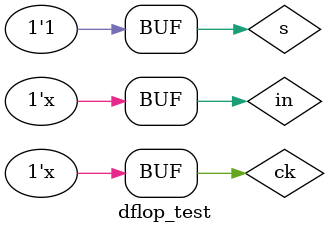
<source format=v>
module dflop_test;

reg in,ck,s;
wire out,outb;

initial 
begin
ck=0;
in=0;
s=0;
#5 s=1;
end

dflop_b  h1(in,s,ck,out,outb);

always
begin
#10 ck=~ck;
end

always 
begin
#20 in=~in;
end

endmodule    
</source>
